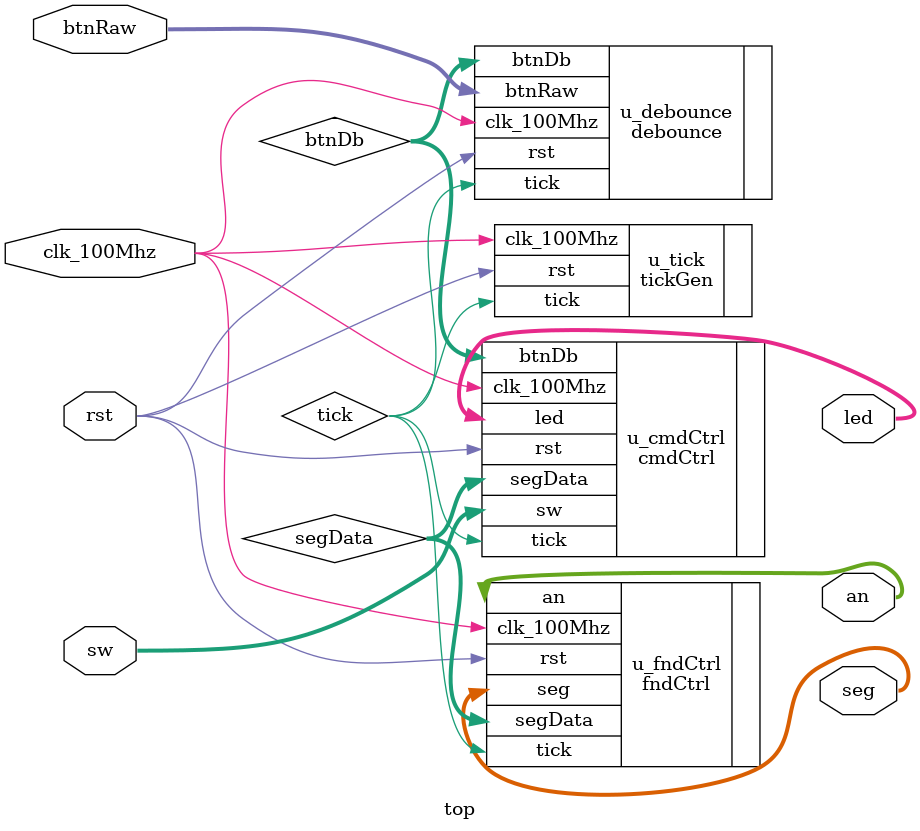
<source format=v>
module top(
    input clk_100Mhz, rst,

    input [2:0] btnRaw,
    input [7:0] sw,

    output [15:0] led,
    output  [3:0] an,
    output  [7:0] seg
    );

    wire tick;
    wire  [2:0] btnDb;
    wire [13:0] segData;

    tickGen #(
        .CLK_FREQ(100_000_000),
        .TICK_FREQ(1000)
    ) u_tick (.clk_100Mhz(clk_100Mhz), .rst(rst), .tick(tick));

    debounce u_debounce (.clk_100Mhz(clk_100Mhz), .rst(rst), .tick(tick), .btnRaw(btnRaw), .btnDb(btnDb));

    cmdCtrl u_cmdCtrl (.clk_100Mhz(clk_100Mhz), .rst(rst), .tick(tick), .btnDb(btnDb), .sw(sw), .led(led), .segData(segData));

    fndCtrl u_fndCtrl (.clk_100Mhz(clk_100Mhz), .rst(rst), .tick(tick), .segData(segData), .an(an), .seg(seg));
    
endmodule

</source>
